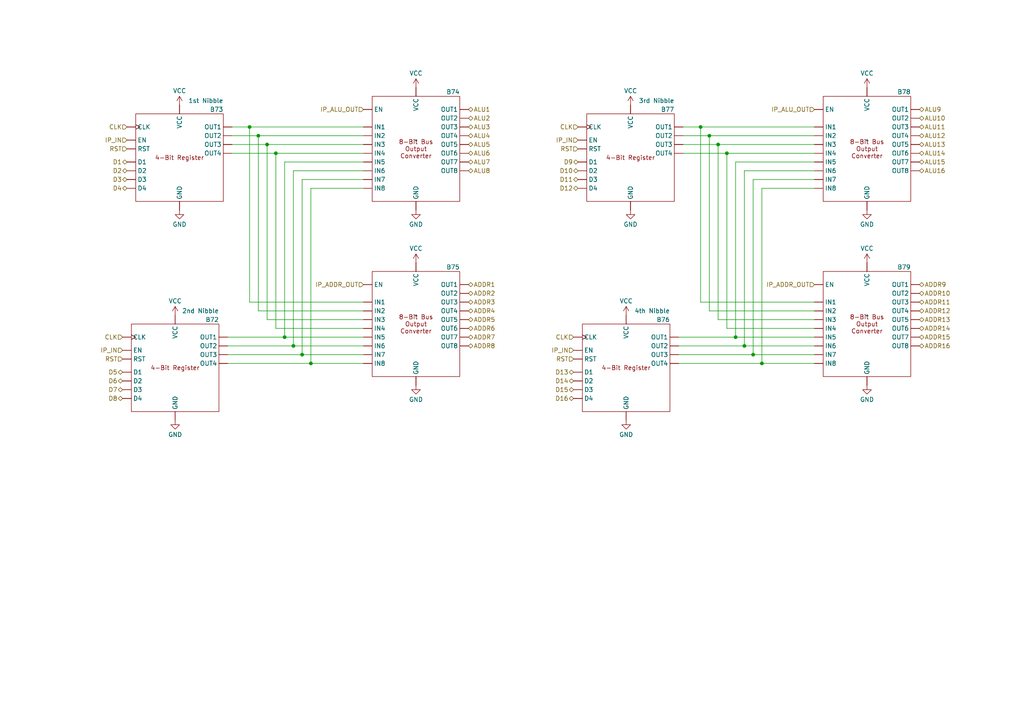
<source format=kicad_sch>
(kicad_sch (version 20230121) (generator eeschema)
  (paper "A4")
  (lib_symbols
    (symbol "MiniDragon:4-Bit Register"
      (property "Reference" "B" (at -12.7 13.97 0))
      (symbol "4-Bit Register_0_1"
        (rectangle (start -12.7 12.7) (end 12.7 -12.7))
      )
      (symbol "4-Bit Register_1_1"
        (text "4-Bit Register" (at 0 0 0) (effects (font (size 1.27 1.27))))
        (pin input clock (at -15.24 8.89 0) (length 2.54) (name "CLK") (number ""))
        (pin input line (at -15.24 -1.27 0) (length 2.54) (name "D1") (number ""))
        (pin input line (at -15.24 -3.81 0) (length 2.54) (name "D2") (number ""))
        (pin input line (at -15.24 -6.35 0) (length 2.54) (name "D3") (number ""))
        (pin input line (at -15.24 -8.89 0) (length 2.54) (name "D4") (number ""))
        (pin input line (at -15.24 5.08 0) (length 2.54) (name "EN") (number ""))
        (pin power_in line (at 0 -15.24 90) (length 2.54) (name "GND") (number ""))
        (pin output line (at 15.24 8.89 180) (length 2.54) (name "OUT1") (number ""))
        (pin output line (at 15.24 6.35 180) (length 2.54) (name "OUT2") (number ""))
        (pin output line (at 15.24 3.81 180) (length 2.54) (name "OUT3") (number ""))
        (pin output line (at 15.24 1.27 180) (length 2.54) (name "OUT4") (number ""))
        (pin input line (at -15.24 2.54 0) (length 2.54) (name "RST") (number ""))
        (pin power_in line (at 0 15.24 270) (length 2.54) (name "VCC") (number ""))
      )
    )
    (symbol "MiniDragon:8-bit Bus Output"
      (property "Reference" "B" (at -12.7 16.51 0))
      (symbol "8-bit Bus Output_0_1"
        (rectangle (start -12.7 15.24) (end 12.7 -15.24))
      )
      (symbol "8-bit Bus Output_1_1"
        (text "8-Bit Bus\nOutput\nConverter" (at 0 0 0) (effects (font (size 1.27 1.27))))
        (pin input line (at -15.24 11.43 0) (length 2.54) (name "EN") (number ""))
        (pin power_in line (at 0 -17.78 90) (length 2.54) (name "GND") (number ""))
        (pin input line (at -15.24 6.35 0) (length 2.54) (name "IN1") (number ""))
        (pin input line (at -15.24 3.81 0) (length 2.54) (name "IN2") (number ""))
        (pin input line (at -15.24 1.27 0) (length 2.54) (name "IN3") (number ""))
        (pin input line (at -15.24 -1.27 0) (length 2.54) (name "IN4") (number ""))
        (pin input line (at -15.24 -3.81 0) (length 2.54) (name "IN5") (number ""))
        (pin input line (at -15.24 -6.35 0) (length 2.54) (name "IN6") (number ""))
        (pin input line (at -15.24 -8.89 0) (length 2.54) (name "IN7") (number ""))
        (pin input line (at -15.24 -11.43 0) (length 2.54) (name "IN8") (number ""))
        (pin open_collector line (at 15.24 11.43 180) (length 2.54) (name "OUT1") (number ""))
        (pin open_collector line (at 15.24 8.89 180) (length 2.54) (name "OUT2") (number ""))
        (pin open_collector line (at 15.24 6.35 180) (length 2.54) (name "OUT3") (number ""))
        (pin open_collector line (at 15.24 3.81 180) (length 2.54) (name "OUT4") (number ""))
        (pin open_collector line (at 15.24 1.27 180) (length 2.54) (name "OUT5") (number ""))
        (pin open_collector line (at 15.24 -1.27 180) (length 2.54) (name "OUT6") (number ""))
        (pin open_collector line (at 15.24 -3.81 180) (length 2.54) (name "OUT7") (number ""))
        (pin open_collector line (at 15.24 -6.35 180) (length 2.54) (name "OUT8") (number ""))
        (pin power_in line (at 0 17.78 270) (length 2.54) (name "VCC") (number ""))
      )
    )
    (symbol "power:GND" (power) (pin_names (offset 0))
      (property "Value" "GND" (at 0 -3.81 0))
      (symbol "GND_0_1"
        (polyline (pts (xy 0 0) (xy 0 -1.27) (xy 1.27 -1.27) (xy 0 -2.54) (xy -1.27 -1.27) (xy 0 -1.27)))
      )
      (symbol "GND_1_1"
        (pin power_in line (at 0 0 270) (length 0) hide (name "GND") (number "1"))
      )
    )
    (symbol "power:VCC" (power) (pin_names (offset 0))
      (property "Value" "VCC" (at 0 3.81 0))
      (symbol "VCC_0_1"
        (polyline (pts (xy -0.762 1.27) (xy 0 2.54)))
        (polyline (pts (xy 0 0) (xy 0 2.54)))
        (polyline (pts (xy 0 2.54) (xy 0.762 1.27)))
      )
      (symbol "VCC_1_1"
        (pin power_in line (at 0 0 90) (length 0) hide (name "VCC") (number "1"))
      )
    )
  )
  (junction (at 72.39 36.83))
  (junction (at 210.82 44.45))
  (junction (at 203.2 36.83))
  (junction (at 87.63 102.87))
  (junction (at 85.09 100.33))
  (junction (at 80.01 44.45))
  (junction (at 218.44 102.87))
  (junction (at 215.9 100.33))
  (junction (at 208.28 41.91))
  (junction (at 90.17 105.41))
  (junction (at 77.47 41.91))
  (junction (at 213.36 97.79))
  (junction (at 205.74 39.37))
  (junction (at 74.93 39.37))
  (junction (at 82.55 97.79))
  (junction (at 220.98 105.41))
  (wire (pts (xy 74.93 90.17) (xy 105.41 90.17)))
  (wire (pts (xy 208.28 92.71) (xy 236.22 92.71)))
  (wire (pts (xy 80.01 44.45) (xy 80.01 95.25)))
  (wire (pts (xy 66.04 97.79) (xy 82.55 97.79)))
  (wire (pts (xy 74.93 39.37) (xy 74.93 90.17)))
  (wire (pts (xy 67.31 44.45) (xy 80.01 44.45)))
  (wire (pts (xy 66.04 105.41) (xy 90.17 105.41)))
  (wire (pts (xy 205.74 90.17) (xy 236.22 90.17)))
  (wire (pts (xy 213.36 46.99) (xy 213.36 97.79)))
  (wire (pts (xy 210.82 95.25) (xy 236.22 95.25)))
  (wire (pts (xy 215.9 49.53) (xy 215.9 100.33)))
  (wire (pts (xy 66.04 102.87) (xy 87.63 102.87)))
  (wire (pts (xy 215.9 100.33) (xy 236.22 100.33)))
  (wire (pts (xy 82.55 97.79) (xy 105.41 97.79)))
  (wire (pts (xy 220.98 105.41) (xy 236.22 105.41)))
  (wire (pts (xy 205.74 39.37) (xy 205.74 90.17)))
  (wire (pts (xy 218.44 52.07) (xy 218.44 102.87)))
  (wire (pts (xy 90.17 54.61) (xy 90.17 105.41)))
  (wire (pts (xy 196.85 102.87) (xy 218.44 102.87)))
  (wire (pts (xy 90.17 54.61) (xy 105.41 54.61)))
  (wire (pts (xy 85.09 100.33) (xy 105.41 100.33)))
  (wire (pts (xy 218.44 102.87) (xy 236.22 102.87)))
  (wire (pts (xy 82.55 46.99) (xy 82.55 97.79)))
  (wire (pts (xy 213.36 97.79) (xy 236.22 97.79)))
  (wire (pts (xy 196.85 100.33) (xy 215.9 100.33)))
  (wire (pts (xy 203.2 36.83) (xy 236.22 36.83)))
  (wire (pts (xy 80.01 44.45) (xy 105.41 44.45)))
  (wire (pts (xy 67.31 39.37) (xy 74.93 39.37)))
  (wire (pts (xy 208.28 41.91) (xy 208.28 92.71)))
  (wire (pts (xy 220.98 54.61) (xy 236.22 54.61)))
  (wire (pts (xy 198.12 36.83) (xy 203.2 36.83)))
  (wire (pts (xy 205.74 39.37) (xy 236.22 39.37)))
  (wire (pts (xy 72.39 36.83) (xy 105.41 36.83)))
  (wire (pts (xy 77.47 92.71) (xy 105.41 92.71)))
  (wire (pts (xy 213.36 46.99) (xy 236.22 46.99)))
  (wire (pts (xy 66.04 100.33) (xy 85.09 100.33)))
  (wire (pts (xy 67.31 41.91) (xy 77.47 41.91)))
  (wire (pts (xy 72.39 36.83) (xy 72.39 87.63)))
  (wire (pts (xy 82.55 46.99) (xy 105.41 46.99)))
  (wire (pts (xy 80.01 95.25) (xy 105.41 95.25)))
  (wire (pts (xy 220.98 54.61) (xy 220.98 105.41)))
  (wire (pts (xy 203.2 36.83) (xy 203.2 87.63)))
  (wire (pts (xy 203.2 87.63) (xy 236.22 87.63)))
  (wire (pts (xy 215.9 49.53) (xy 236.22 49.53)))
  (wire (pts (xy 67.31 36.83) (xy 72.39 36.83)))
  (wire (pts (xy 210.82 44.45) (xy 236.22 44.45)))
  (wire (pts (xy 198.12 44.45) (xy 210.82 44.45)))
  (wire (pts (xy 196.85 97.79) (xy 213.36 97.79)))
  (wire (pts (xy 87.63 52.07) (xy 87.63 102.87)))
  (wire (pts (xy 218.44 52.07) (xy 236.22 52.07)))
  (wire (pts (xy 85.09 49.53) (xy 85.09 100.33)))
  (wire (pts (xy 210.82 44.45) (xy 210.82 95.25)))
  (wire (pts (xy 85.09 49.53) (xy 105.41 49.53)))
  (wire (pts (xy 87.63 102.87) (xy 105.41 102.87)))
  (wire (pts (xy 90.17 105.41) (xy 105.41 105.41)))
  (wire (pts (xy 198.12 41.91) (xy 208.28 41.91)))
  (wire (pts (xy 208.28 41.91) (xy 236.22 41.91)))
  (wire (pts (xy 87.63 52.07) (xy 105.41 52.07)))
  (wire (pts (xy 72.39 87.63) (xy 105.41 87.63)))
  (wire (pts (xy 74.93 39.37) (xy 105.41 39.37)))
  (wire (pts (xy 77.47 41.91) (xy 105.41 41.91)))
  (wire (pts (xy 196.85 105.41) (xy 220.98 105.41)))
  (wire (pts (xy 198.12 39.37) (xy 205.74 39.37)))
  (wire (pts (xy 77.47 41.91) (xy 77.47 92.71)))
  (hierarchical_label "D8" (shape bidirectional) (at 35.56 115.57 180))
  (hierarchical_label "ADDR14" (shape bidirectional) (at 266.7 95.25 0))
  (hierarchical_label "IP_IN" (shape input) (at 35.56 101.6 180))
  (hierarchical_label "D16" (shape bidirectional) (at 166.37 115.57 180))
  (hierarchical_label "ADDR2" (shape bidirectional) (at 135.89 85.09 0))
  (hierarchical_label "D15" (shape bidirectional) (at 166.37 113.03 180))
  (hierarchical_label "RST" (shape input) (at 36.83 43.18 180))
  (hierarchical_label "D2" (shape bidirectional) (at 36.83 49.53 180))
  (hierarchical_label "ADDR1" (shape bidirectional) (at 135.89 82.55 0))
  (hierarchical_label "ADDR13" (shape bidirectional) (at 266.7 92.71 0))
  (hierarchical_label "D7" (shape bidirectional) (at 35.56 113.03 180))
  (hierarchical_label "ALU16" (shape bidirectional) (at 266.7 49.53 0))
  (hierarchical_label "D12" (shape bidirectional) (at 167.64 54.61 180))
  (hierarchical_label "ADDR9" (shape bidirectional) (at 266.7 82.55 0))
  (hierarchical_label "RST" (shape input) (at 166.37 104.14 180))
  (hierarchical_label "ALU9" (shape bidirectional) (at 266.7 31.75 0))
  (hierarchical_label "ALU3" (shape bidirectional) (at 135.89 36.83 0))
  (hierarchical_label "ALU7" (shape bidirectional) (at 135.89 46.99 0))
  (hierarchical_label "D13" (shape bidirectional) (at 166.37 107.95 180))
  (hierarchical_label "D5" (shape bidirectional) (at 35.56 107.95 180))
  (hierarchical_label "D10" (shape bidirectional) (at 167.64 49.53 180))
  (hierarchical_label "ADDR3" (shape bidirectional) (at 135.89 87.63 0))
  (hierarchical_label "CLK" (shape input) (at 167.64 36.83 180))
  (hierarchical_label "ADDR5" (shape bidirectional) (at 135.89 92.71 0))
  (hierarchical_label "D11" (shape bidirectional) (at 167.64 52.07 180))
  (hierarchical_label "IP_IN" (shape input) (at 166.37 101.6 180))
  (hierarchical_label "CLK" (shape input) (at 36.83 36.83 180))
  (hierarchical_label "ADDR11" (shape bidirectional) (at 266.7 87.63 0))
  (hierarchical_label "ALU15" (shape bidirectional) (at 266.7 46.99 0))
  (hierarchical_label "ADDR8" (shape bidirectional) (at 135.89 100.33 0))
  (hierarchical_label "D14" (shape bidirectional) (at 166.37 110.49 180))
  (hierarchical_label "ADDR4" (shape bidirectional) (at 135.89 90.17 0))
  (hierarchical_label "RST" (shape input) (at 167.64 43.18 180))
  (hierarchical_label "D1" (shape bidirectional) (at 36.83 46.99 180))
  (hierarchical_label "IP_ALU_OUT" (shape input) (at 236.22 31.75 180))
  (hierarchical_label "D6" (shape bidirectional) (at 35.56 110.49 180))
  (hierarchical_label "ADDR15" (shape bidirectional) (at 266.7 97.79 0))
  (hierarchical_label "ALU13" (shape bidirectional) (at 266.7 41.91 0))
  (hierarchical_label "IP_IN" (shape input) (at 167.64 40.64 180))
  (hierarchical_label "ADDR10" (shape bidirectional) (at 266.7 85.09 0))
  (hierarchical_label "IP_ALU_OUT" (shape input) (at 105.41 31.75 180))
  (hierarchical_label "RST" (shape input) (at 35.56 104.14 180))
  (hierarchical_label "ALU14" (shape bidirectional) (at 266.7 44.45 0))
  (hierarchical_label "ALU4" (shape bidirectional) (at 135.89 39.37 0))
  (hierarchical_label "ADDR16" (shape bidirectional) (at 266.7 100.33 0))
  (hierarchical_label "D9" (shape bidirectional) (at 167.64 46.99 180))
  (hierarchical_label "IP_ADDR_OUT" (shape input) (at 105.41 82.55 180))
  (hierarchical_label "D3" (shape bidirectional) (at 36.83 52.07 180))
  (hierarchical_label "ADDR7" (shape bidirectional) (at 135.89 97.79 0))
  (hierarchical_label "CLK" (shape input) (at 166.37 97.79 180))
  (hierarchical_label "ALU8" (shape bidirectional) (at 135.89 49.53 0))
  (hierarchical_label "ALU1" (shape bidirectional) (at 135.89 31.75 0))
  (hierarchical_label "ALU5" (shape bidirectional) (at 135.89 41.91 0))
  (hierarchical_label "ALU2" (shape bidirectional) (at 135.89 34.29 0))
  (hierarchical_label "ALU6" (shape bidirectional) (at 135.89 44.45 0))
  (hierarchical_label "ALU10" (shape bidirectional) (at 266.7 34.29 0))
  (hierarchical_label "ALU12" (shape bidirectional) (at 266.7 39.37 0))
  (hierarchical_label "ADDR12" (shape bidirectional) (at 266.7 90.17 0))
  (hierarchical_label "IP_IN" (shape input) (at 36.83 40.64 180))
  (hierarchical_label "ALU11" (shape bidirectional) (at 266.7 36.83 0))
  (hierarchical_label "CLK" (shape input) (at 35.56 97.79 180))
  (hierarchical_label "D4" (shape bidirectional) (at 36.83 54.61 180))
  (hierarchical_label "IP_ADDR_OUT" (shape input) (at 236.22 82.55 180))
  (hierarchical_label "ADDR6" (shape bidirectional) (at 135.89 95.25 0))
  (symbol (lib_id "MiniDragon:4-Bit Register") (at 181.61 106.68 0) (unit 1)
    (property "Reference" "B76" (at 194.31 92.71 0) (effects (justify right)))
    (property "Value" "4th Nibble" (at 194.31 90.17 0) (effects (justify right)))
  )
  (symbol (lib_id "power:GND") (at 120.65 60.96 0) (unit 1)
    (property "Reference" "#PWR0157" (effects hide))
    (property "Value" "GND" (at 120.65 65.0931 0))
  )
  (symbol (lib_id "power:VCC") (at 251.46 76.2 0) (unit 1)
    (property "Reference" "#PWR0166" (effects hide))
    (property "Value" "VCC" (at 251.46 72.0669 0))
  )
  (symbol (lib_id "power:VCC") (at 251.46 25.4 0) (unit 1)
    (property "Reference" "#PWR0164" (effects hide))
    (property "Value" "VCC" (at 251.46 21.2669 0))
  )
  (symbol (lib_id "MiniDragon:8-bit Bus Output") (at 120.65 43.18 0) (unit 1)
    (property "Reference" "B74" (at 133.35 26.67 0) (effects (justify right)))
    (property "Value" "~" (at 120.65 40.64 0))
  )
  (symbol (lib_id "power:VCC") (at 181.61 91.44 0) (unit 1)
    (property "Reference" "#PWR0160" (effects hide))
    (property "Value" "VCC" (at 181.61 87.3069 0))
  )
  (symbol (lib_id "MiniDragon:4-Bit Register") (at 182.88 45.72 0) (unit 1)
    (property "Reference" "B77" (at 195.58 31.75 0) (effects (justify right)))
    (property "Value" "3rd Nibble" (at 195.58 29.21 0) (effects (justify right)))
  )
  (symbol (lib_id "power:VCC") (at 182.88 30.48 0) (unit 1)
    (property "Reference" "#PWR0162" (effects hide))
    (property "Value" "VCC" (at 182.88 26.3469 0))
  )
  (symbol (lib_id "power:GND") (at 251.46 60.96 0) (unit 1)
    (property "Reference" "#PWR0165" (effects hide))
    (property "Value" "GND" (at 251.46 65.0931 0))
  )
  (symbol (lib_id "power:VCC") (at 120.65 76.2 0) (unit 1)
    (property "Reference" "#PWR0158" (effects hide))
    (property "Value" "VCC" (at 120.65 72.0669 0))
  )
  (symbol (lib_id "power:VCC") (at 120.65 25.4 0) (unit 1)
    (property "Reference" "#PWR0156" (effects hide))
    (property "Value" "VCC" (at 120.65 21.2669 0))
  )
  (symbol (lib_id "power:GND") (at 120.65 111.76 0) (unit 1)
    (property "Reference" "#PWR0159" (effects hide))
    (property "Value" "GND" (at 120.65 115.8931 0))
  )
  (symbol (lib_id "MiniDragon:8-bit Bus Output") (at 120.65 93.98 0) (unit 1)
    (property "Reference" "B75" (at 133.35 77.47 0) (effects (justify right)))
    (property "Value" "~" (at 120.65 91.44 0))
  )
  (symbol (lib_id "power:GND") (at 251.46 111.76 0) (unit 1)
    (property "Reference" "#PWR0167" (effects hide))
    (property "Value" "GND" (at 251.46 115.8931 0))
  )
  (symbol (lib_id "MiniDragon:4-Bit Register") (at 50.8 106.68 0) (unit 1)
    (property "Reference" "B72" (at 63.5 92.71 0) (effects (justify right)))
    (property "Value" "2nd Nibble" (at 63.5 90.17 0) (effects (justify right)))
  )
  (symbol (lib_id "power:GND") (at 182.88 60.96 0) (unit 1)
    (property "Reference" "#PWR0163" (effects hide))
    (property "Value" "GND" (at 182.88 65.0931 0))
  )
  (symbol (lib_id "power:VCC") (at 50.8 91.44 0) (unit 1)
    (property "Reference" "#PWR0152" (effects hide))
    (property "Value" "VCC" (at 50.8 87.3069 0))
  )
  (symbol (lib_id "power:GND") (at 181.61 121.92 0) (unit 1)
    (property "Reference" "#PWR0161" (effects hide))
    (property "Value" "GND" (at 181.61 126.0531 0))
  )
  (symbol (lib_id "MiniDragon:8-bit Bus Output") (at 251.46 93.98 0) (unit 1)
    (property "Reference" "B79" (at 264.16 77.47 0) (effects (justify right)))
    (property "Value" "~" (at 251.46 91.44 0))
  )
  (symbol (lib_id "MiniDragon:4-Bit Register") (at 52.07 45.72 0) (unit 1)
    (property "Reference" "B73" (at 64.77 31.75 0) (effects (justify right)))
    (property "Value" "1st Nibble" (at 64.77 29.21 0) (effects (justify right)))
  )
  (symbol (lib_id "power:GND") (at 50.8 121.92 0) (unit 1)
    (property "Reference" "#PWR0153" (effects hide))
    (property "Value" "GND" (at 50.8 126.0531 0))
  )
  (symbol (lib_id "MiniDragon:8-bit Bus Output") (at 251.46 43.18 0) (unit 1)
    (property "Reference" "B78" (at 264.16 26.67 0) (effects (justify right)))
    (property "Value" "~" (at 251.46 40.64 0))
  )
  (symbol (lib_id "power:VCC") (at 52.07 30.48 0) (unit 1)
    (property "Reference" "#PWR0154" (effects hide))
    (property "Value" "VCC" (at 52.07 26.3469 0))
  )
  (symbol (lib_id "power:GND") (at 52.07 60.96 0) (unit 1)
    (property "Reference" "#PWR0155" (effects hide))
    (property "Value" "GND" (at 52.07 65.0931 0))
  )
)
</source>
